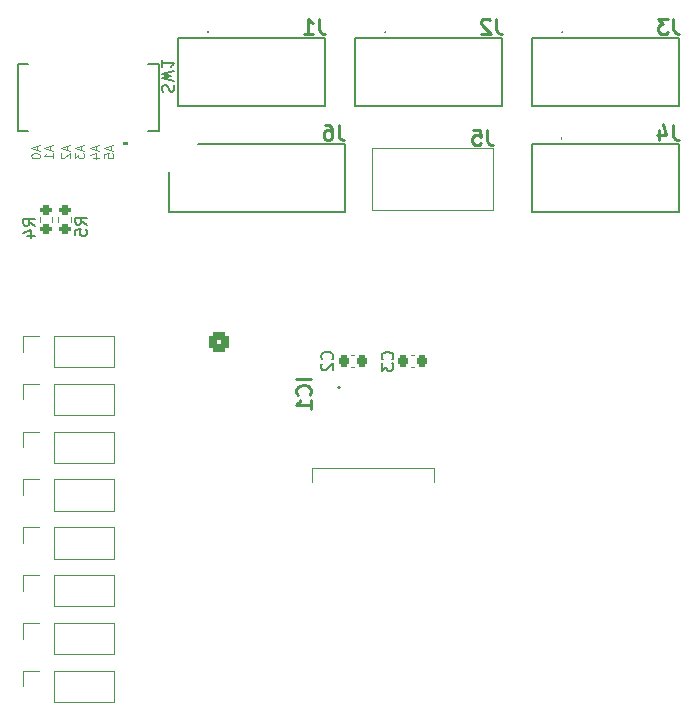
<source format=gbo>
%TF.GenerationSoftware,KiCad,Pcbnew,7.0.7*%
%TF.CreationDate,2023-11-07T21:10:22-05:00*%
%TF.ProjectId,attachmentBoard,61747461-6368-46d6-956e-74426f617264,rev?*%
%TF.SameCoordinates,Original*%
%TF.FileFunction,Legend,Bot*%
%TF.FilePolarity,Positive*%
%FSLAX46Y46*%
G04 Gerber Fmt 4.6, Leading zero omitted, Abs format (unit mm)*
G04 Created by KiCad (PCBNEW 7.0.7) date 2023-11-07 21:10:22*
%MOMM*%
%LPD*%
G01*
G04 APERTURE LIST*
G04 Aperture macros list*
%AMRoundRect*
0 Rectangle with rounded corners*
0 $1 Rounding radius*
0 $2 $3 $4 $5 $6 $7 $8 $9 X,Y pos of 4 corners*
0 Add a 4 corners polygon primitive as box body*
4,1,4,$2,$3,$4,$5,$6,$7,$8,$9,$2,$3,0*
0 Add four circle primitives for the rounded corners*
1,1,$1+$1,$2,$3*
1,1,$1+$1,$4,$5*
1,1,$1+$1,$6,$7*
1,1,$1+$1,$8,$9*
0 Add four rect primitives between the rounded corners*
20,1,$1+$1,$2,$3,$4,$5,0*
20,1,$1+$1,$4,$5,$6,$7,0*
20,1,$1+$1,$6,$7,$8,$9,0*
20,1,$1+$1,$8,$9,$2,$3,0*%
G04 Aperture macros list end*
%ADD10C,0.100000*%
%ADD11C,0.150000*%
%ADD12C,0.254000*%
%ADD13C,0.120000*%
%ADD14C,0.200000*%
%ADD15C,0.152400*%
%ADD16C,3.000000*%
%ADD17RoundRect,0.326336X0.528664X-0.528664X0.528664X0.528664X-0.528664X0.528664X-0.528664X-0.528664X0*%
%ADD18C,1.710000*%
%ADD19R,1.700000X1.700000*%
%ADD20O,1.700000X1.700000*%
%ADD21RoundRect,0.200000X0.275000X-0.200000X0.275000X0.200000X-0.275000X0.200000X-0.275000X-0.200000X0*%
%ADD22R,1.400000X1.400000*%
%ADD23C,1.400000*%
%ADD24C,4.300000*%
%ADD25R,1.600000X3.500000*%
%ADD26R,12.200000X9.750000*%
%ADD27RoundRect,0.225000X-0.225000X-0.250000X0.225000X-0.250000X0.225000X0.250000X-0.225000X0.250000X0*%
%ADD28R,0.558800X1.701800*%
%ADD29R,1.650000X1.650000*%
%ADD30C,1.650000*%
G04 APERTURE END LIST*
D10*
X140027478Y-46264286D02*
X140027478Y-46621429D01*
X140241764Y-46192857D02*
X139491764Y-46442857D01*
X139491764Y-46442857D02*
X140241764Y-46692857D01*
X139563192Y-46907143D02*
X139527478Y-46942857D01*
X139527478Y-46942857D02*
X139491764Y-47014286D01*
X139491764Y-47014286D02*
X139491764Y-47192857D01*
X139491764Y-47192857D02*
X139527478Y-47264286D01*
X139527478Y-47264286D02*
X139563192Y-47300000D01*
X139563192Y-47300000D02*
X139634621Y-47335714D01*
X139634621Y-47335714D02*
X139706050Y-47335714D01*
X139706050Y-47335714D02*
X139813192Y-47300000D01*
X139813192Y-47300000D02*
X140241764Y-46871428D01*
X140241764Y-46871428D02*
X140241764Y-47335714D01*
X138627478Y-46264286D02*
X138627478Y-46621429D01*
X138841764Y-46192857D02*
X138091764Y-46442857D01*
X138091764Y-46442857D02*
X138841764Y-46692857D01*
X138841764Y-47335714D02*
X138841764Y-46907143D01*
X138841764Y-47121428D02*
X138091764Y-47121428D01*
X138091764Y-47121428D02*
X138198907Y-47050000D01*
X138198907Y-47050000D02*
X138270335Y-46978571D01*
X138270335Y-46978571D02*
X138306050Y-46907143D01*
X141227478Y-46264286D02*
X141227478Y-46621429D01*
X141441764Y-46192857D02*
X140691764Y-46442857D01*
X140691764Y-46442857D02*
X141441764Y-46692857D01*
X140691764Y-46871428D02*
X140691764Y-47335714D01*
X140691764Y-47335714D02*
X140977478Y-47085714D01*
X140977478Y-47085714D02*
X140977478Y-47192857D01*
X140977478Y-47192857D02*
X141013192Y-47264286D01*
X141013192Y-47264286D02*
X141048907Y-47300000D01*
X141048907Y-47300000D02*
X141120335Y-47335714D01*
X141120335Y-47335714D02*
X141298907Y-47335714D01*
X141298907Y-47335714D02*
X141370335Y-47300000D01*
X141370335Y-47300000D02*
X141406050Y-47264286D01*
X141406050Y-47264286D02*
X141441764Y-47192857D01*
X141441764Y-47192857D02*
X141441764Y-46978571D01*
X141441764Y-46978571D02*
X141406050Y-46907143D01*
X141406050Y-46907143D02*
X141370335Y-46871428D01*
X142524647Y-46264286D02*
X142524647Y-46621429D01*
X142738933Y-46192857D02*
X141988933Y-46442857D01*
X141988933Y-46442857D02*
X142738933Y-46692857D01*
X142238933Y-47264286D02*
X142738933Y-47264286D01*
X141953219Y-47085714D02*
X142488933Y-46907143D01*
X142488933Y-46907143D02*
X142488933Y-47371428D01*
X137527478Y-46264286D02*
X137527478Y-46621429D01*
X137741764Y-46192857D02*
X136991764Y-46442857D01*
X136991764Y-46442857D02*
X137741764Y-46692857D01*
X136991764Y-47085714D02*
X136991764Y-47157143D01*
X136991764Y-47157143D02*
X137027478Y-47228571D01*
X137027478Y-47228571D02*
X137063192Y-47264286D01*
X137063192Y-47264286D02*
X137134621Y-47300000D01*
X137134621Y-47300000D02*
X137277478Y-47335714D01*
X137277478Y-47335714D02*
X137456050Y-47335714D01*
X137456050Y-47335714D02*
X137598907Y-47300000D01*
X137598907Y-47300000D02*
X137670335Y-47264286D01*
X137670335Y-47264286D02*
X137706050Y-47228571D01*
X137706050Y-47228571D02*
X137741764Y-47157143D01*
X137741764Y-47157143D02*
X137741764Y-47085714D01*
X137741764Y-47085714D02*
X137706050Y-47014286D01*
X137706050Y-47014286D02*
X137670335Y-46978571D01*
X137670335Y-46978571D02*
X137598907Y-46942857D01*
X137598907Y-46942857D02*
X137456050Y-46907143D01*
X137456050Y-46907143D02*
X137277478Y-46907143D01*
X137277478Y-46907143D02*
X137134621Y-46942857D01*
X137134621Y-46942857D02*
X137063192Y-46978571D01*
X137063192Y-46978571D02*
X137027478Y-47014286D01*
X137027478Y-47014286D02*
X136991764Y-47085714D01*
X143727478Y-46264286D02*
X143727478Y-46621429D01*
X143941764Y-46192857D02*
X143191764Y-46442857D01*
X143191764Y-46442857D02*
X143941764Y-46692857D01*
X143191764Y-47300000D02*
X143191764Y-46942857D01*
X143191764Y-46942857D02*
X143548907Y-46907143D01*
X143548907Y-46907143D02*
X143513192Y-46942857D01*
X143513192Y-46942857D02*
X143477478Y-47014286D01*
X143477478Y-47014286D02*
X143477478Y-47192857D01*
X143477478Y-47192857D02*
X143513192Y-47264286D01*
X143513192Y-47264286D02*
X143548907Y-47300000D01*
X143548907Y-47300000D02*
X143620335Y-47335714D01*
X143620335Y-47335714D02*
X143798907Y-47335714D01*
X143798907Y-47335714D02*
X143870335Y-47300000D01*
X143870335Y-47300000D02*
X143906050Y-47264286D01*
X143906050Y-47264286D02*
X143941764Y-47192857D01*
X143941764Y-47192857D02*
X143941764Y-47014286D01*
X143941764Y-47014286D02*
X143906050Y-46942857D01*
X143906050Y-46942857D02*
X143870335Y-46907143D01*
D11*
X141709819Y-52938333D02*
X141233628Y-52605000D01*
X141709819Y-52366905D02*
X140709819Y-52366905D01*
X140709819Y-52366905D02*
X140709819Y-52747857D01*
X140709819Y-52747857D02*
X140757438Y-52843095D01*
X140757438Y-52843095D02*
X140805057Y-52890714D01*
X140805057Y-52890714D02*
X140900295Y-52938333D01*
X140900295Y-52938333D02*
X141043152Y-52938333D01*
X141043152Y-52938333D02*
X141138390Y-52890714D01*
X141138390Y-52890714D02*
X141186009Y-52843095D01*
X141186009Y-52843095D02*
X141233628Y-52747857D01*
X141233628Y-52747857D02*
X141233628Y-52366905D01*
X140709819Y-53843095D02*
X140709819Y-53366905D01*
X140709819Y-53366905D02*
X141186009Y-53319286D01*
X141186009Y-53319286D02*
X141138390Y-53366905D01*
X141138390Y-53366905D02*
X141090771Y-53462143D01*
X141090771Y-53462143D02*
X141090771Y-53700238D01*
X141090771Y-53700238D02*
X141138390Y-53795476D01*
X141138390Y-53795476D02*
X141186009Y-53843095D01*
X141186009Y-53843095D02*
X141281247Y-53890714D01*
X141281247Y-53890714D02*
X141519342Y-53890714D01*
X141519342Y-53890714D02*
X141614580Y-53843095D01*
X141614580Y-53843095D02*
X141662200Y-53795476D01*
X141662200Y-53795476D02*
X141709819Y-53700238D01*
X141709819Y-53700238D02*
X141709819Y-53462143D01*
X141709819Y-53462143D02*
X141662200Y-53366905D01*
X141662200Y-53366905D02*
X141614580Y-53319286D01*
D12*
X161378332Y-35499318D02*
X161378332Y-36406461D01*
X161378332Y-36406461D02*
X161438809Y-36587889D01*
X161438809Y-36587889D02*
X161559761Y-36708842D01*
X161559761Y-36708842D02*
X161741190Y-36769318D01*
X161741190Y-36769318D02*
X161862142Y-36769318D01*
X160108332Y-36769318D02*
X160834047Y-36769318D01*
X160471190Y-36769318D02*
X160471190Y-35499318D01*
X160471190Y-35499318D02*
X160592142Y-35680746D01*
X160592142Y-35680746D02*
X160713094Y-35801699D01*
X160713094Y-35801699D02*
X160834047Y-35862175D01*
X175603332Y-44914318D02*
X175603332Y-45821461D01*
X175603332Y-45821461D02*
X175663809Y-46002889D01*
X175663809Y-46002889D02*
X175784761Y-46123842D01*
X175784761Y-46123842D02*
X175966190Y-46184318D01*
X175966190Y-46184318D02*
X176087142Y-46184318D01*
X174393809Y-44914318D02*
X174998571Y-44914318D01*
X174998571Y-44914318D02*
X175059047Y-45519080D01*
X175059047Y-45519080D02*
X174998571Y-45458603D01*
X174998571Y-45458603D02*
X174877618Y-45398127D01*
X174877618Y-45398127D02*
X174575237Y-45398127D01*
X174575237Y-45398127D02*
X174454285Y-45458603D01*
X174454285Y-45458603D02*
X174393809Y-45519080D01*
X174393809Y-45519080D02*
X174333332Y-45640032D01*
X174333332Y-45640032D02*
X174333332Y-45942413D01*
X174333332Y-45942413D02*
X174393809Y-46063365D01*
X174393809Y-46063365D02*
X174454285Y-46123842D01*
X174454285Y-46123842D02*
X174575237Y-46184318D01*
X174575237Y-46184318D02*
X174877618Y-46184318D01*
X174877618Y-46184318D02*
X174998571Y-46123842D01*
X174998571Y-46123842D02*
X175059047Y-46063365D01*
X191328332Y-44509318D02*
X191328332Y-45416461D01*
X191328332Y-45416461D02*
X191388809Y-45597889D01*
X191388809Y-45597889D02*
X191509761Y-45718842D01*
X191509761Y-45718842D02*
X191691190Y-45779318D01*
X191691190Y-45779318D02*
X191812142Y-45779318D01*
X190179285Y-44932651D02*
X190179285Y-45779318D01*
X190481666Y-44448842D02*
X190784047Y-45355984D01*
X190784047Y-45355984D02*
X189997856Y-45355984D01*
X160700318Y-66010237D02*
X159430318Y-66010237D01*
X160579365Y-67340714D02*
X160639842Y-67280238D01*
X160639842Y-67280238D02*
X160700318Y-67098809D01*
X160700318Y-67098809D02*
X160700318Y-66977857D01*
X160700318Y-66977857D02*
X160639842Y-66796428D01*
X160639842Y-66796428D02*
X160518889Y-66675476D01*
X160518889Y-66675476D02*
X160397937Y-66614999D01*
X160397937Y-66614999D02*
X160156032Y-66554523D01*
X160156032Y-66554523D02*
X159974603Y-66554523D01*
X159974603Y-66554523D02*
X159732699Y-66614999D01*
X159732699Y-66614999D02*
X159611746Y-66675476D01*
X159611746Y-66675476D02*
X159490794Y-66796428D01*
X159490794Y-66796428D02*
X159430318Y-66977857D01*
X159430318Y-66977857D02*
X159430318Y-67098809D01*
X159430318Y-67098809D02*
X159490794Y-67280238D01*
X159490794Y-67280238D02*
X159551270Y-67340714D01*
X160700318Y-68550238D02*
X160700318Y-67824523D01*
X160700318Y-68187380D02*
X159430318Y-68187380D01*
X159430318Y-68187380D02*
X159611746Y-68066428D01*
X159611746Y-68066428D02*
X159732699Y-67945476D01*
X159732699Y-67945476D02*
X159793175Y-67824523D01*
D11*
X162464580Y-64328333D02*
X162512200Y-64280714D01*
X162512200Y-64280714D02*
X162559819Y-64137857D01*
X162559819Y-64137857D02*
X162559819Y-64042619D01*
X162559819Y-64042619D02*
X162512200Y-63899762D01*
X162512200Y-63899762D02*
X162416961Y-63804524D01*
X162416961Y-63804524D02*
X162321723Y-63756905D01*
X162321723Y-63756905D02*
X162131247Y-63709286D01*
X162131247Y-63709286D02*
X161988390Y-63709286D01*
X161988390Y-63709286D02*
X161797914Y-63756905D01*
X161797914Y-63756905D02*
X161702676Y-63804524D01*
X161702676Y-63804524D02*
X161607438Y-63899762D01*
X161607438Y-63899762D02*
X161559819Y-64042619D01*
X161559819Y-64042619D02*
X161559819Y-64137857D01*
X161559819Y-64137857D02*
X161607438Y-64280714D01*
X161607438Y-64280714D02*
X161655057Y-64328333D01*
X161655057Y-64709286D02*
X161607438Y-64756905D01*
X161607438Y-64756905D02*
X161559819Y-64852143D01*
X161559819Y-64852143D02*
X161559819Y-65090238D01*
X161559819Y-65090238D02*
X161607438Y-65185476D01*
X161607438Y-65185476D02*
X161655057Y-65233095D01*
X161655057Y-65233095D02*
X161750295Y-65280714D01*
X161750295Y-65280714D02*
X161845533Y-65280714D01*
X161845533Y-65280714D02*
X161988390Y-65233095D01*
X161988390Y-65233095D02*
X162559819Y-64661667D01*
X162559819Y-64661667D02*
X162559819Y-65280714D01*
X137319819Y-53038333D02*
X136843628Y-52705000D01*
X137319819Y-52466905D02*
X136319819Y-52466905D01*
X136319819Y-52466905D02*
X136319819Y-52847857D01*
X136319819Y-52847857D02*
X136367438Y-52943095D01*
X136367438Y-52943095D02*
X136415057Y-52990714D01*
X136415057Y-52990714D02*
X136510295Y-53038333D01*
X136510295Y-53038333D02*
X136653152Y-53038333D01*
X136653152Y-53038333D02*
X136748390Y-52990714D01*
X136748390Y-52990714D02*
X136796009Y-52943095D01*
X136796009Y-52943095D02*
X136843628Y-52847857D01*
X136843628Y-52847857D02*
X136843628Y-52466905D01*
X136653152Y-53895476D02*
X137319819Y-53895476D01*
X136272200Y-53657381D02*
X136986485Y-53419286D01*
X136986485Y-53419286D02*
X136986485Y-54038333D01*
X148156100Y-41683932D02*
X148108480Y-41541075D01*
X148108480Y-41541075D02*
X148108480Y-41302980D01*
X148108480Y-41302980D02*
X148156100Y-41207742D01*
X148156100Y-41207742D02*
X148203719Y-41160123D01*
X148203719Y-41160123D02*
X148298957Y-41112504D01*
X148298957Y-41112504D02*
X148394195Y-41112504D01*
X148394195Y-41112504D02*
X148489433Y-41160123D01*
X148489433Y-41160123D02*
X148537052Y-41207742D01*
X148537052Y-41207742D02*
X148584671Y-41302980D01*
X148584671Y-41302980D02*
X148632290Y-41493456D01*
X148632290Y-41493456D02*
X148679909Y-41588694D01*
X148679909Y-41588694D02*
X148727528Y-41636313D01*
X148727528Y-41636313D02*
X148822766Y-41683932D01*
X148822766Y-41683932D02*
X148918004Y-41683932D01*
X148918004Y-41683932D02*
X149013242Y-41636313D01*
X149013242Y-41636313D02*
X149060861Y-41588694D01*
X149060861Y-41588694D02*
X149108480Y-41493456D01*
X149108480Y-41493456D02*
X149108480Y-41255361D01*
X149108480Y-41255361D02*
X149060861Y-41112504D01*
X149108480Y-40779170D02*
X148108480Y-40541075D01*
X148108480Y-40541075D02*
X148822766Y-40350599D01*
X148822766Y-40350599D02*
X148108480Y-40160123D01*
X148108480Y-40160123D02*
X149108480Y-39922028D01*
X148108480Y-39017266D02*
X148108480Y-39588694D01*
X148108480Y-39302980D02*
X149108480Y-39302980D01*
X149108480Y-39302980D02*
X148965623Y-39398218D01*
X148965623Y-39398218D02*
X148870385Y-39493456D01*
X148870385Y-39493456D02*
X148822766Y-39588694D01*
D12*
X191378332Y-35499318D02*
X191378332Y-36406461D01*
X191378332Y-36406461D02*
X191438809Y-36587889D01*
X191438809Y-36587889D02*
X191559761Y-36708842D01*
X191559761Y-36708842D02*
X191741190Y-36769318D01*
X191741190Y-36769318D02*
X191862142Y-36769318D01*
X190894523Y-35499318D02*
X190108332Y-35499318D01*
X190108332Y-35499318D02*
X190531666Y-35983127D01*
X190531666Y-35983127D02*
X190350237Y-35983127D01*
X190350237Y-35983127D02*
X190229285Y-36043603D01*
X190229285Y-36043603D02*
X190168809Y-36104080D01*
X190168809Y-36104080D02*
X190108332Y-36225032D01*
X190108332Y-36225032D02*
X190108332Y-36527413D01*
X190108332Y-36527413D02*
X190168809Y-36648365D01*
X190168809Y-36648365D02*
X190229285Y-36708842D01*
X190229285Y-36708842D02*
X190350237Y-36769318D01*
X190350237Y-36769318D02*
X190713094Y-36769318D01*
X190713094Y-36769318D02*
X190834047Y-36708842D01*
X190834047Y-36708842D02*
X190894523Y-36648365D01*
X163038332Y-44484318D02*
X163038332Y-45391461D01*
X163038332Y-45391461D02*
X163098809Y-45572889D01*
X163098809Y-45572889D02*
X163219761Y-45693842D01*
X163219761Y-45693842D02*
X163401190Y-45754318D01*
X163401190Y-45754318D02*
X163522142Y-45754318D01*
X161889285Y-44484318D02*
X162131190Y-44484318D01*
X162131190Y-44484318D02*
X162252142Y-44544794D01*
X162252142Y-44544794D02*
X162312618Y-44605270D01*
X162312618Y-44605270D02*
X162433571Y-44786699D01*
X162433571Y-44786699D02*
X162494047Y-45028603D01*
X162494047Y-45028603D02*
X162494047Y-45512413D01*
X162494047Y-45512413D02*
X162433571Y-45633365D01*
X162433571Y-45633365D02*
X162373094Y-45693842D01*
X162373094Y-45693842D02*
X162252142Y-45754318D01*
X162252142Y-45754318D02*
X162010237Y-45754318D01*
X162010237Y-45754318D02*
X161889285Y-45693842D01*
X161889285Y-45693842D02*
X161828809Y-45633365D01*
X161828809Y-45633365D02*
X161768332Y-45512413D01*
X161768332Y-45512413D02*
X161768332Y-45210032D01*
X161768332Y-45210032D02*
X161828809Y-45089080D01*
X161828809Y-45089080D02*
X161889285Y-45028603D01*
X161889285Y-45028603D02*
X162010237Y-44968127D01*
X162010237Y-44968127D02*
X162252142Y-44968127D01*
X162252142Y-44968127D02*
X162373094Y-45028603D01*
X162373094Y-45028603D02*
X162433571Y-45089080D01*
X162433571Y-45089080D02*
X162494047Y-45210032D01*
D11*
X167574580Y-64348333D02*
X167622200Y-64300714D01*
X167622200Y-64300714D02*
X167669819Y-64157857D01*
X167669819Y-64157857D02*
X167669819Y-64062619D01*
X167669819Y-64062619D02*
X167622200Y-63919762D01*
X167622200Y-63919762D02*
X167526961Y-63824524D01*
X167526961Y-63824524D02*
X167431723Y-63776905D01*
X167431723Y-63776905D02*
X167241247Y-63729286D01*
X167241247Y-63729286D02*
X167098390Y-63729286D01*
X167098390Y-63729286D02*
X166907914Y-63776905D01*
X166907914Y-63776905D02*
X166812676Y-63824524D01*
X166812676Y-63824524D02*
X166717438Y-63919762D01*
X166717438Y-63919762D02*
X166669819Y-64062619D01*
X166669819Y-64062619D02*
X166669819Y-64157857D01*
X166669819Y-64157857D02*
X166717438Y-64300714D01*
X166717438Y-64300714D02*
X166765057Y-64348333D01*
X166669819Y-64681667D02*
X166669819Y-65300714D01*
X166669819Y-65300714D02*
X167050771Y-64967381D01*
X167050771Y-64967381D02*
X167050771Y-65110238D01*
X167050771Y-65110238D02*
X167098390Y-65205476D01*
X167098390Y-65205476D02*
X167146009Y-65253095D01*
X167146009Y-65253095D02*
X167241247Y-65300714D01*
X167241247Y-65300714D02*
X167479342Y-65300714D01*
X167479342Y-65300714D02*
X167574580Y-65253095D01*
X167574580Y-65253095D02*
X167622200Y-65205476D01*
X167622200Y-65205476D02*
X167669819Y-65110238D01*
X167669819Y-65110238D02*
X167669819Y-64824524D01*
X167669819Y-64824524D02*
X167622200Y-64729286D01*
X167622200Y-64729286D02*
X167574580Y-64681667D01*
D12*
X176378332Y-35499318D02*
X176378332Y-36406461D01*
X176378332Y-36406461D02*
X176438809Y-36587889D01*
X176438809Y-36587889D02*
X176559761Y-36708842D01*
X176559761Y-36708842D02*
X176741190Y-36769318D01*
X176741190Y-36769318D02*
X176862142Y-36769318D01*
X175834047Y-35620270D02*
X175773571Y-35559794D01*
X175773571Y-35559794D02*
X175652618Y-35499318D01*
X175652618Y-35499318D02*
X175350237Y-35499318D01*
X175350237Y-35499318D02*
X175229285Y-35559794D01*
X175229285Y-35559794D02*
X175168809Y-35620270D01*
X175168809Y-35620270D02*
X175108332Y-35741222D01*
X175108332Y-35741222D02*
X175108332Y-35862175D01*
X175108332Y-35862175D02*
X175168809Y-36043603D01*
X175168809Y-36043603D02*
X175894523Y-36769318D01*
X175894523Y-36769318D02*
X175108332Y-36769318D01*
D13*
%TO.C,J13*%
X144035000Y-82615000D02*
X144035000Y-85275000D01*
X138895000Y-82615000D02*
X144035000Y-82615000D01*
X138895000Y-82615000D02*
X138895000Y-85275000D01*
X137625000Y-82615000D02*
X136295000Y-82615000D01*
X136295000Y-82615000D02*
X136295000Y-83945000D01*
X138895000Y-85275000D02*
X144035000Y-85275000D01*
%TO.C,R5*%
X139302500Y-52742258D02*
X139302500Y-52267742D01*
X140347500Y-52742258D02*
X140347500Y-52267742D01*
D14*
%TO.C,J1*%
X149430000Y-37120000D02*
X149430000Y-42870000D01*
X149430000Y-42870000D02*
X161880000Y-42870000D01*
D10*
X151930000Y-36570000D02*
X151930000Y-36570000D01*
X151930000Y-36670000D02*
X151930000Y-36670000D01*
D14*
X161880000Y-37120000D02*
X149430000Y-37120000D01*
X161880000Y-42870000D02*
X161880000Y-37120000D01*
D10*
X151930000Y-36670000D02*
G75*
G03*
X151930000Y-36570000I0J50000D01*
G01*
X151930000Y-36570000D02*
G75*
G03*
X151930000Y-36670000I0J-50000D01*
G01*
D13*
%TO.C,J17*%
X144035000Y-66415000D02*
X144035000Y-69075000D01*
X138895000Y-66415000D02*
X144035000Y-66415000D01*
X138895000Y-66415000D02*
X138895000Y-69075000D01*
X137625000Y-66415000D02*
X136295000Y-66415000D01*
X136295000Y-66415000D02*
X136295000Y-67745000D01*
X138895000Y-69075000D02*
X144035000Y-69075000D01*
%TO.C,J14*%
X144035000Y-78565000D02*
X144035000Y-81225000D01*
X138895000Y-78565000D02*
X144035000Y-78565000D01*
X138895000Y-78565000D02*
X138895000Y-81225000D01*
X137625000Y-78565000D02*
X136295000Y-78565000D01*
X136295000Y-78565000D02*
X136295000Y-79895000D01*
X138895000Y-81225000D02*
X144035000Y-81225000D01*
D10*
%TO.C,J5*%
X176090000Y-46480000D02*
X165890000Y-46480000D01*
X165890000Y-46480000D02*
X165890000Y-51680000D01*
X176090000Y-51680000D02*
X176090000Y-46480000D01*
X165890000Y-51680000D02*
X176090000Y-51680000D01*
D14*
%TO.C,J4*%
X179380000Y-46130000D02*
X179380000Y-51880000D01*
X179380000Y-51880000D02*
X191830000Y-51880000D01*
D10*
X181880000Y-45580000D02*
X181880000Y-45580000D01*
X181880000Y-45680000D02*
X181880000Y-45680000D01*
D14*
X191830000Y-46130000D02*
X179380000Y-46130000D01*
X191830000Y-51880000D02*
X191830000Y-46130000D01*
D10*
X181880000Y-45680000D02*
G75*
G03*
X181880000Y-45580000I0J50000D01*
G01*
X181880000Y-45580000D02*
G75*
G03*
X181880000Y-45680000I0J-50000D01*
G01*
%TO.C,IC1*%
X160775000Y-73518000D02*
X171125000Y-73510000D01*
X160775000Y-74718000D02*
X160775000Y-73518000D01*
D14*
X162950000Y-66718000D02*
X162950000Y-66718000D01*
X163150000Y-66718000D02*
X163150000Y-66718000D01*
D10*
X171125000Y-73510000D02*
X171125000Y-74718000D01*
D14*
X163150000Y-66718000D02*
G75*
G03*
X162950000Y-66718000I-100000J0D01*
G01*
X162950000Y-66718000D02*
G75*
G03*
X163150000Y-66718000I100000J0D01*
G01*
D13*
%TO.C,J16*%
X144035000Y-70465000D02*
X144035000Y-73125000D01*
X138895000Y-70465000D02*
X144035000Y-70465000D01*
X138895000Y-70465000D02*
X138895000Y-73125000D01*
X137625000Y-70465000D02*
X136295000Y-70465000D01*
X136295000Y-70465000D02*
X136295000Y-71795000D01*
X138895000Y-73125000D02*
X144035000Y-73125000D01*
%TO.C,C2*%
X164074420Y-63995000D02*
X164355580Y-63995000D01*
X164074420Y-65015000D02*
X164355580Y-65015000D01*
%TO.C,R4*%
X137712500Y-52742258D02*
X137712500Y-52267742D01*
X138757500Y-52742258D02*
X138757500Y-52267742D01*
%TO.C,J11*%
X144035000Y-90715000D02*
X144035000Y-93375000D01*
X138895000Y-90715000D02*
X144035000Y-90715000D01*
X138895000Y-90715000D02*
X138895000Y-93375000D01*
X137625000Y-90715000D02*
X136295000Y-90715000D01*
X136295000Y-90715000D02*
X136295000Y-92045000D01*
X138895000Y-93375000D02*
X144035000Y-93375000D01*
%TO.C,J15*%
X144035000Y-74515000D02*
X144035000Y-77175000D01*
X138895000Y-74515000D02*
X144035000Y-74515000D01*
X138895000Y-74515000D02*
X138895000Y-77175000D01*
X137625000Y-74515000D02*
X136295000Y-74515000D01*
X136295000Y-74515000D02*
X136295000Y-75845000D01*
X138895000Y-77175000D02*
X144035000Y-77175000D01*
%TO.C,J12*%
X144035000Y-86665000D02*
X144035000Y-89325000D01*
X138895000Y-86665000D02*
X144035000Y-86665000D01*
X138895000Y-86665000D02*
X138895000Y-89325000D01*
X137625000Y-86665000D02*
X136295000Y-86665000D01*
X136295000Y-86665000D02*
X136295000Y-87995000D01*
X138895000Y-89325000D02*
X144035000Y-89325000D01*
D15*
%TO.C,SW1*%
X147802800Y-39317300D02*
X147802800Y-44981500D01*
X146878240Y-39317300D02*
X147802800Y-39317300D01*
X135839400Y-39317300D02*
X136763960Y-39317300D01*
X147802800Y-44981500D02*
X146878240Y-44981500D01*
X136763960Y-44981500D02*
X135839400Y-44981500D01*
X135839400Y-44981500D02*
X135839400Y-39317300D01*
G36*
X145186600Y-46162600D02*
G01*
X144805600Y-46162600D01*
X144805600Y-45908600D01*
X145186600Y-45908600D01*
X145186600Y-46162600D01*
G37*
D14*
%TO.C,J3*%
X179430000Y-37120000D02*
X179430000Y-42870000D01*
X179430000Y-42870000D02*
X191880000Y-42870000D01*
D10*
X181930000Y-36570000D02*
X181930000Y-36570000D01*
X181930000Y-36670000D02*
X181930000Y-36670000D01*
D14*
X191880000Y-37120000D02*
X179430000Y-37120000D01*
X191880000Y-42870000D02*
X191880000Y-37120000D01*
D10*
X181930000Y-36670000D02*
G75*
G03*
X181930000Y-36570000I0J50000D01*
G01*
X181930000Y-36570000D02*
G75*
G03*
X181930000Y-36670000I0J-50000D01*
G01*
D13*
%TO.C,J18*%
X144035000Y-62365000D02*
X144035000Y-65025000D01*
X138895000Y-62365000D02*
X144035000Y-62365000D01*
X138895000Y-62365000D02*
X138895000Y-65025000D01*
X137625000Y-62365000D02*
X136295000Y-62365000D01*
X136295000Y-62365000D02*
X136295000Y-63695000D01*
X138895000Y-65025000D02*
X144035000Y-65025000D01*
D14*
%TO.C,J6*%
X148665000Y-51880000D02*
X148665000Y-48480000D01*
X151115000Y-46130000D02*
X163565000Y-46130000D01*
X163565000Y-46130000D02*
X163565000Y-51880000D01*
X163565000Y-51880000D02*
X148665000Y-51880000D01*
D13*
%TO.C,C3*%
X169144420Y-63975000D02*
X169425580Y-63975000D01*
X169144420Y-64995000D02*
X169425580Y-64995000D01*
D14*
%TO.C,J2*%
X164430000Y-37120000D02*
X164430000Y-42870000D01*
X164430000Y-42870000D02*
X176880000Y-42870000D01*
D10*
X166930000Y-36570000D02*
X166930000Y-36570000D01*
X166930000Y-36670000D02*
X166930000Y-36670000D01*
D14*
X176880000Y-37120000D02*
X164430000Y-37120000D01*
X176880000Y-42870000D02*
X176880000Y-37120000D01*
D10*
X166930000Y-36670000D02*
G75*
G03*
X166930000Y-36570000I0J50000D01*
G01*
X166930000Y-36570000D02*
G75*
G03*
X166930000Y-36670000I0J-50000D01*
G01*
%TD*%
%LPC*%
D16*
%TO.C,*%
X149580000Y-55990000D03*
%TD*%
D17*
%TO.C,U2*%
X152910000Y-62850000D03*
D18*
X155450000Y-62850000D03*
X152910000Y-65390000D03*
X155450000Y-65390000D03*
X152910000Y-67930000D03*
X155450000Y-67930000D03*
X152910000Y-70470000D03*
X155450000Y-70470000D03*
X152910000Y-73010000D03*
X155450000Y-73010000D03*
X152910000Y-75550000D03*
X155450000Y-75550000D03*
X152910000Y-78090000D03*
X155450000Y-78090000D03*
X152910000Y-80630000D03*
X155450000Y-80630000D03*
X152910000Y-83170000D03*
X155450000Y-83170000D03*
X152910000Y-85710000D03*
X155450000Y-85710000D03*
X150270000Y-75550000D03*
X150270000Y-78090000D03*
X150270000Y-80630000D03*
X150270000Y-83170000D03*
X150270000Y-85710000D03*
%TD*%
D16*
%TO.C,*%
X192160000Y-55971600D03*
%TD*%
%TO.C,*%
X192150000Y-92520000D03*
%TD*%
%TO.C,*%
X149610000Y-92500000D03*
%TD*%
D19*
%TO.C,J13*%
X137625000Y-83945000D03*
D20*
X140165000Y-83945000D03*
X142705000Y-83945000D03*
%TD*%
D21*
%TO.C,R5*%
X139825000Y-53330000D03*
X139825000Y-51680000D03*
%TD*%
D22*
%TO.C,J1*%
X151930000Y-39470000D03*
D23*
X154430000Y-39470000D03*
X156930000Y-39470000D03*
X159430000Y-39470000D03*
%TD*%
D19*
%TO.C,J17*%
X137625000Y-67745000D03*
D20*
X140165000Y-67745000D03*
X142705000Y-67745000D03*
%TD*%
D19*
%TO.C,J14*%
X137625000Y-79895000D03*
D20*
X140165000Y-79895000D03*
X142705000Y-79895000D03*
%TD*%
D24*
%TO.C,J5*%
X168490000Y-49080000D03*
X173490000Y-49080000D03*
%TD*%
D22*
%TO.C,J4*%
X181880000Y-48480000D03*
D23*
X184380000Y-48480000D03*
X186880000Y-48480000D03*
X189380000Y-48480000D03*
%TD*%
D25*
%TO.C,IC1*%
X163410000Y-69580000D03*
D26*
X165950000Y-79856000D03*
D25*
X168490000Y-69580000D03*
%TD*%
D19*
%TO.C,J16*%
X137625000Y-71795000D03*
D20*
X140165000Y-71795000D03*
X142705000Y-71795000D03*
%TD*%
D27*
%TO.C,C2*%
X163440000Y-64505000D03*
X164990000Y-64505000D03*
%TD*%
D21*
%TO.C,R4*%
X138235000Y-53330000D03*
X138235000Y-51680000D03*
%TD*%
D19*
%TO.C,J11*%
X137625000Y-92045000D03*
D20*
X140165000Y-92045000D03*
X142705000Y-92045000D03*
%TD*%
D19*
%TO.C,J15*%
X137625000Y-75845000D03*
D20*
X140165000Y-75845000D03*
X142705000Y-75845000D03*
%TD*%
D19*
%TO.C,J12*%
X137625000Y-87995000D03*
D20*
X140165000Y-87995000D03*
X142705000Y-87995000D03*
%TD*%
D28*
%TO.C,SW1*%
X137376100Y-39495100D03*
X138646100Y-39495100D03*
X139916100Y-39495100D03*
X141186100Y-39495100D03*
X142456100Y-39495100D03*
X143726100Y-39495100D03*
X144996100Y-39495100D03*
X146266100Y-39495100D03*
X146266100Y-44803700D03*
X144996100Y-44803700D03*
X143726100Y-44803700D03*
X142456100Y-44803700D03*
X141186100Y-44803700D03*
X139916100Y-44803700D03*
X138646100Y-44803700D03*
X137376100Y-44803700D03*
%TD*%
D22*
%TO.C,J3*%
X181930000Y-39470000D03*
D23*
X184430000Y-39470000D03*
X186930000Y-39470000D03*
X189430000Y-39470000D03*
%TD*%
D19*
%TO.C,J18*%
X137625000Y-63695000D03*
D20*
X140165000Y-63695000D03*
X142705000Y-63695000D03*
%TD*%
D29*
%TO.C,J6*%
X151115000Y-48480000D03*
D30*
X153615000Y-48480000D03*
X156115000Y-48480000D03*
X158615000Y-48480000D03*
X161115000Y-48480000D03*
%TD*%
D27*
%TO.C,C3*%
X168510000Y-64485000D03*
X170060000Y-64485000D03*
%TD*%
D22*
%TO.C,J2*%
X166930000Y-39470000D03*
D23*
X169430000Y-39470000D03*
X171930000Y-39470000D03*
X174430000Y-39470000D03*
%TD*%
%LPD*%
M02*

</source>
